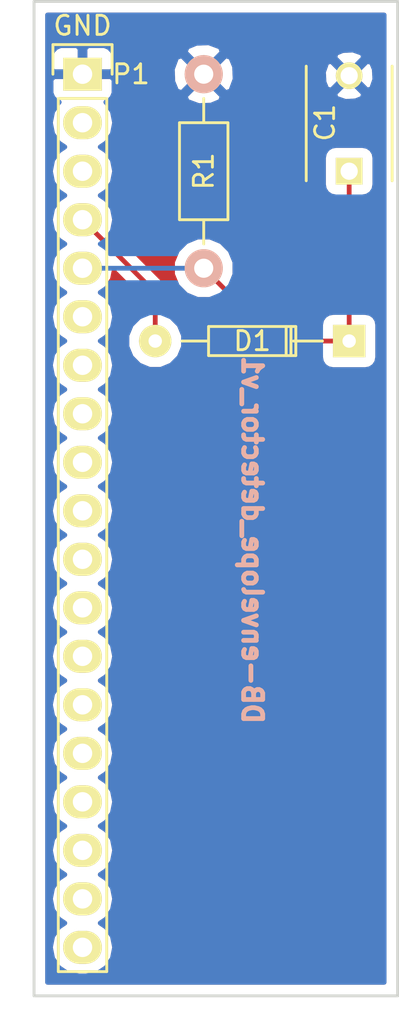
<source format=kicad_pcb>
(kicad_pcb (version 4) (host pcbnew 4.0.4+e1-6308~48~ubuntu16.04.1-stable)

  (general
    (links 6)
    (no_connects 0)
    (area 126.411667 101.524999 147.505001 155.38)
    (thickness 1.6)
    (drawings 5)
    (tracks 8)
    (zones 0)
    (modules 4)
    (nets 20)
  )

  (page A4)
  (layers
    (0 F.Cu signal)
    (31 B.Cu signal)
    (32 B.Adhes user)
    (33 F.Adhes user)
    (34 B.Paste user)
    (35 F.Paste user)
    (36 B.SilkS user)
    (37 F.SilkS user)
    (38 B.Mask user)
    (39 F.Mask user)
    (40 Dwgs.User user)
    (41 Cmts.User user)
    (42 Eco1.User user)
    (43 Eco2.User user)
    (44 Edge.Cuts user)
    (45 Margin user)
    (46 B.CrtYd user)
    (47 F.CrtYd user)
    (48 B.Fab user)
    (49 F.Fab user)
  )

  (setup
    (last_trace_width 0.25)
    (trace_clearance 0.2)
    (zone_clearance 0.508)
    (zone_45_only no)
    (trace_min 0.2)
    (segment_width 0.2)
    (edge_width 0.15)
    (via_size 0.6)
    (via_drill 0.4)
    (via_min_size 0.4)
    (via_min_drill 0.3)
    (uvia_size 0.3)
    (uvia_drill 0.1)
    (uvias_allowed no)
    (uvia_min_size 0.2)
    (uvia_min_drill 0.1)
    (pcb_text_width 0.3)
    (pcb_text_size 1 1)
    (mod_edge_width 0.15)
    (mod_text_size 1 1)
    (mod_text_width 0.15)
    (pad_size 1.524 1.524)
    (pad_drill 0.762)
    (pad_to_mask_clearance 0.2)
    (aux_axis_origin 0 0)
    (visible_elements 7FFFFFFF)
    (pcbplotparams
      (layerselection 0x010fc_80000001)
      (usegerberextensions true)
      (excludeedgelayer true)
      (linewidth 0.100000)
      (plotframeref false)
      (viasonmask false)
      (mode 1)
      (useauxorigin false)
      (hpglpennumber 1)
      (hpglpenspeed 20)
      (hpglpendiameter 15)
      (hpglpenoverlay 2)
      (psnegative false)
      (psa4output false)
      (plotreference true)
      (plotvalue true)
      (plotinvisibletext false)
      (padsonsilk false)
      (subtractmaskfromsilk false)
      (outputformat 1)
      (mirror false)
      (drillshape 0)
      (scaleselection 1)
      (outputdirectory ../gerber/))
  )

  (net 0 "")
  (net 1 "Net-(C1-Pad1)")
  (net 2 "Net-(D1-Pad2)")
  (net 3 GND)
  (net 4 "Net-(P1-Pad2)")
  (net 5 "Net-(P1-Pad3)")
  (net 6 "Net-(P1-Pad6)")
  (net 7 "Net-(P1-Pad7)")
  (net 8 "Net-(P1-Pad8)")
  (net 9 "Net-(P1-Pad9)")
  (net 10 "Net-(P1-Pad10)")
  (net 11 "Net-(P1-Pad11)")
  (net 12 "Net-(P1-Pad12)")
  (net 13 "Net-(P1-Pad13)")
  (net 14 "Net-(P1-Pad14)")
  (net 15 "Net-(P1-Pad15)")
  (net 16 "Net-(P1-Pad16)")
  (net 17 "Net-(P1-Pad17)")
  (net 18 "Net-(P1-Pad18)")
  (net 19 "Net-(P1-Pad19)")

  (net_class Default "This is the default net class."
    (clearance 0.2)
    (trace_width 0.25)
    (via_dia 0.6)
    (via_drill 0.4)
    (uvia_dia 0.3)
    (uvia_drill 0.1)
    (add_net GND)
    (add_net "Net-(C1-Pad1)")
    (add_net "Net-(D1-Pad2)")
    (add_net "Net-(P1-Pad10)")
    (add_net "Net-(P1-Pad11)")
    (add_net "Net-(P1-Pad12)")
    (add_net "Net-(P1-Pad13)")
    (add_net "Net-(P1-Pad14)")
    (add_net "Net-(P1-Pad15)")
    (add_net "Net-(P1-Pad16)")
    (add_net "Net-(P1-Pad17)")
    (add_net "Net-(P1-Pad18)")
    (add_net "Net-(P1-Pad19)")
    (add_net "Net-(P1-Pad2)")
    (add_net "Net-(P1-Pad3)")
    (add_net "Net-(P1-Pad6)")
    (add_net "Net-(P1-Pad7)")
    (add_net "Net-(P1-Pad8)")
    (add_net "Net-(P1-Pad9)")
  )

  (module Echopen:Header_pin_angled_1x19 (layer F.Cu) (tedit 57BC663C) (tstamp 57AB4863)
    (at 130.81 128.27)
    (descr "Through hole socket strip")
    (tags "socket strip")
    (path /57A857B8)
    (attr smd)
    (fp_text reference P1 (at 2.54 -22.86) (layer F.SilkS)
      (effects (font (size 1 1) (thickness 0.15)))
    )
    (fp_text value CONN_01X19 (at 0.635 26.035) (layer F.Fab)
      (effects (font (size 1 1) (thickness 0.15)))
    )
    (fp_text user GND (at 0 -25.4) (layer F.SilkS)
      (effects (font (size 1 1) (thickness 0.15)))
    )
    (fp_line (start 1.75 -24.61) (end -1.75 -24.61) (layer F.CrtYd) (width 0.05))
    (fp_line (start 1.75 24.64) (end -1.75 24.64) (layer F.CrtYd) (width 0.05))
    (fp_line (start 1.75 -24.61) (end 1.75 24.64) (layer F.CrtYd) (width 0.05))
    (fp_line (start -1.75 -24.61) (end -1.75 24.64) (layer F.CrtYd) (width 0.05))
    (fp_line (start -1.27 -21.59) (end -1.27 24.13) (layer F.SilkS) (width 0.15))
    (fp_line (start -1.27 24.13) (end 1.27 24.13) (layer F.SilkS) (width 0.15))
    (fp_line (start 1.27 24.13) (end 1.27 -21.59) (layer F.SilkS) (width 0.15))
    (fp_line (start -1.55 -24.41) (end -1.55 -22.86) (layer F.SilkS) (width 0.15))
    (fp_line (start -1.27 -21.59) (end 1.27 -21.59) (layer F.SilkS) (width 0.15))
    (fp_line (start 1.55 -22.86) (end 1.55 -24.41) (layer F.SilkS) (width 0.15))
    (fp_line (start 1.55 -24.41) (end -1.55 -24.41) (layer F.SilkS) (width 0.15))
    (pad 1 thru_hole rect (at 0 -22.86 270) (size 1.7272 2.032) (drill 1.016) (layers *.Cu *.Mask F.SilkS)
      (net 3 GND))
    (pad 2 thru_hole oval (at 0 -20.32 270) (size 1.7272 2.032) (drill 1.016) (layers *.Cu *.Mask F.SilkS)
      (net 4 "Net-(P1-Pad2)"))
    (pad 3 thru_hole oval (at 0 -17.78 270) (size 1.7272 2.032) (drill 1.016) (layers *.Cu *.Mask F.SilkS)
      (net 5 "Net-(P1-Pad3)"))
    (pad 4 thru_hole oval (at 0 -15.24 270) (size 1.7272 2.032) (drill 1.016) (layers *.Cu *.Mask F.SilkS)
      (net 2 "Net-(D1-Pad2)"))
    (pad 5 thru_hole oval (at 0 -12.7 270) (size 1.7272 2.032) (drill 1.016) (layers *.Cu *.Mask F.SilkS)
      (net 1 "Net-(C1-Pad1)"))
    (pad 6 thru_hole oval (at 0 -10.16 270) (size 1.7272 2.032) (drill 1.016) (layers *.Cu *.Mask F.SilkS)
      (net 6 "Net-(P1-Pad6)"))
    (pad 7 thru_hole oval (at 0 -7.62 270) (size 1.7272 2.032) (drill 1.016) (layers *.Cu *.Mask F.SilkS)
      (net 7 "Net-(P1-Pad7)"))
    (pad 8 thru_hole oval (at 0 -5.08 270) (size 1.7272 2.032) (drill 1.016) (layers *.Cu *.Mask F.SilkS)
      (net 8 "Net-(P1-Pad8)"))
    (pad 9 thru_hole oval (at 0 -2.54 270) (size 1.7272 2.032) (drill 1.016) (layers *.Cu *.Mask F.SilkS)
      (net 9 "Net-(P1-Pad9)"))
    (pad 10 thru_hole oval (at 0 0 270) (size 1.7272 2.032) (drill 1.016) (layers *.Cu *.Mask F.SilkS)
      (net 10 "Net-(P1-Pad10)"))
    (pad 11 thru_hole oval (at 0 2.54 270) (size 1.7272 2.032) (drill 1.016) (layers *.Cu *.Mask F.SilkS)
      (net 11 "Net-(P1-Pad11)"))
    (pad 12 thru_hole oval (at 0 5.08 270) (size 1.7272 2.032) (drill 1.016) (layers *.Cu *.Mask F.SilkS)
      (net 12 "Net-(P1-Pad12)"))
    (pad 13 thru_hole oval (at 0 7.62 270) (size 1.7272 2.032) (drill 1.016) (layers *.Cu *.Mask F.SilkS)
      (net 13 "Net-(P1-Pad13)"))
    (pad 14 thru_hole oval (at 0 10.16 270) (size 1.7272 2.032) (drill 1.016) (layers *.Cu *.Mask F.SilkS)
      (net 14 "Net-(P1-Pad14)"))
    (pad 15 thru_hole oval (at 0 12.7 270) (size 1.7272 2.032) (drill 1.016) (layers *.Cu *.Mask F.SilkS)
      (net 15 "Net-(P1-Pad15)"))
    (pad 16 thru_hole oval (at 0 15.24 270) (size 1.7272 2.032) (drill 1.016) (layers *.Cu *.Mask F.SilkS)
      (net 16 "Net-(P1-Pad16)"))
    (pad 17 thru_hole oval (at 0 17.78 270) (size 1.7272 2.032) (drill 1.016) (layers *.Cu *.Mask F.SilkS)
      (net 17 "Net-(P1-Pad17)"))
    (pad 18 thru_hole oval (at 0 20.32 270) (size 1.7272 2.032) (drill 1.016) (layers *.Cu *.Mask F.SilkS)
      (net 18 "Net-(P1-Pad18)"))
    (pad 19 thru_hole oval (at 0 22.86 270) (size 1.7272 2.032) (drill 1.016) (layers *.Cu *.Mask F.SilkS)
      (net 19 "Net-(P1-Pad19)"))
    (model Pin_Headers.3dshapes/Pin_Header_Angled_1x19.wrl
      (at (xyz 0 0 0))
      (scale (xyz 1 1 1))
      (rotate (xyz 0 0 -90))
    )
  )

  (module Echopen:C_TH_common (layer F.Cu) (tedit 57B463AA) (tstamp 583DB054)
    (at 144.78 110.49 90)
    (descr "Capacitor 6mm Disc, Pitch 5mm")
    (tags Capacitor)
    (path /57A4D575)
    (attr smd)
    (fp_text reference C1 (at 2.54 -1.27 90) (layer F.SilkS)
      (effects (font (size 1 1) (thickness 0.15)))
    )
    (fp_text value 10p (at 2.54 1.27 90) (layer F.Fab)
      (effects (font (size 1 1) (thickness 0.15)))
    )
    (fp_line (start -0.95 -2.5) (end 5.95 -2.5) (layer F.CrtYd) (width 0.05))
    (fp_line (start 5.95 -2.5) (end 5.95 2.5) (layer F.CrtYd) (width 0.05))
    (fp_line (start 5.95 2.5) (end -0.95 2.5) (layer F.CrtYd) (width 0.05))
    (fp_line (start -0.95 2.5) (end -0.95 -2.5) (layer F.CrtYd) (width 0.05))
    (fp_line (start -0.5 -2.25) (end 5.5 -2.25) (layer F.SilkS) (width 0.15))
    (fp_line (start 5.5 2.25) (end -0.5 2.25) (layer F.SilkS) (width 0.15))
    (pad 1 thru_hole rect (at 0 0 90) (size 1.4 1.4) (drill 0.9) (layers *.Cu *.Mask F.SilkS)
      (net 1 "Net-(C1-Pad1)"))
    (pad 2 thru_hole circle (at 5 0 90) (size 1.4 1.4) (drill 0.9) (layers *.Cu *.Mask F.SilkS)
      (net 3 GND))
    (model Capacitors_ThroughHole.3dshapes/C_Disc_D6_P5.wrl
      (at (xyz 0.098425 0 0))
      (scale (xyz 1 1 1))
      (rotate (xyz 0 0 0))
    )
  )

  (module Echopen:D_TH_common (layer F.Cu) (tedit 580DD903) (tstamp 583DB059)
    (at 144.78 119.38 180)
    (descr "Diode, DO-35,  SOD27, Horizontal, RM 10mm")
    (tags "Diode, DO-35, SOD27, Horizontal, RM 10mm, 1N4148,")
    (path /57A4D48B)
    (attr smd)
    (fp_text reference D1 (at 5.08 0 180) (layer F.SilkS)
      (effects (font (size 1 1) (thickness 0.15)))
    )
    (fp_text value 1N60 (at 5.08 1.27 180) (layer F.Fab)
      (effects (font (size 1 1) (thickness 0.15)))
    )
    (fp_line (start 7.36652 -0.00254) (end 8.76352 -0.00254) (layer F.SilkS) (width 0.15))
    (fp_line (start 2.92152 -0.00254) (end 1.39752 -0.00254) (layer F.SilkS) (width 0.15))
    (fp_line (start 3.30252 -0.76454) (end 3.30252 0.75946) (layer F.SilkS) (width 0.15))
    (fp_line (start 3.04852 -0.76454) (end 3.04852 0.75946) (layer F.SilkS) (width 0.15))
    (fp_line (start 2.79452 -0.00254) (end 2.79452 0.75946) (layer F.SilkS) (width 0.15))
    (fp_line (start 2.79452 0.75946) (end 7.36652 0.75946) (layer F.SilkS) (width 0.15))
    (fp_line (start 7.36652 0.75946) (end 7.36652 -0.76454) (layer F.SilkS) (width 0.15))
    (fp_line (start 7.36652 -0.76454) (end 2.79452 -0.76454) (layer F.SilkS) (width 0.15))
    (fp_line (start 2.79452 -0.76454) (end 2.79452 -0.00254) (layer F.SilkS) (width 0.15))
    (pad 2 thru_hole circle (at 10.16052 -0.00254) (size 1.69926 1.69926) (drill 0.70104) (layers *.Cu *.Mask F.SilkS)
      (net 2 "Net-(D1-Pad2)"))
    (pad 1 thru_hole rect (at 0.00052 -0.00254) (size 1.69926 1.69926) (drill 0.70104) (layers *.Cu *.Mask F.SilkS)
      (net 1 "Net-(C1-Pad1)"))
    (model Diodes_ThroughHole.3dshapes/Diode_DO-35_SOD27_Horizontal_RM10.wrl
      (at (xyz 0.2 0 0))
      (scale (xyz 0.4 0.4 0.4))
      (rotate (xyz 0 0 180))
    )
  )

  (module Echopen:Resistor_TH_common (layer F.Cu) (tedit 580DD939) (tstamp 583DB05E)
    (at 137.16 115.57 90)
    (descr "Resistor, Axial,  RM 10mm, 1/3W")
    (tags "Resistor Axial RM 10mm 1/3W")
    (path /57A4D538)
    (attr smd)
    (fp_text reference R1 (at 5.08 0 90) (layer F.SilkS)
      (effects (font (size 1 1) (thickness 0.15)))
    )
    (fp_text value 3.9k (at 5.08 1.905 90) (layer F.Fab)
      (effects (font (size 1 1) (thickness 0.15)))
    )
    (fp_line (start -1.25 -1.5) (end 11.4 -1.5) (layer F.CrtYd) (width 0.05))
    (fp_line (start -1.25 1.5) (end -1.25 -1.5) (layer F.CrtYd) (width 0.05))
    (fp_line (start 11.4 -1.5) (end 11.4 1.5) (layer F.CrtYd) (width 0.05))
    (fp_line (start -1.25 1.5) (end 11.4 1.5) (layer F.CrtYd) (width 0.05))
    (fp_line (start 2.54 -1.27) (end 7.62 -1.27) (layer F.SilkS) (width 0.15))
    (fp_line (start 7.62 -1.27) (end 7.62 1.27) (layer F.SilkS) (width 0.15))
    (fp_line (start 7.62 1.27) (end 2.54 1.27) (layer F.SilkS) (width 0.15))
    (fp_line (start 2.54 1.27) (end 2.54 -1.27) (layer F.SilkS) (width 0.15))
    (fp_line (start 2.54 0) (end 1.27 0) (layer F.SilkS) (width 0.15))
    (fp_line (start 7.62 0) (end 8.89 0) (layer F.SilkS) (width 0.15))
    (pad 1 thru_hole circle (at 0 0 90) (size 1.99898 1.99898) (drill 1.00076) (layers *.Cu *.SilkS *.Mask)
      (net 1 "Net-(C1-Pad1)"))
    (pad 2 thru_hole circle (at 10.16 0 90) (size 1.99898 1.99898) (drill 1.00076) (layers *.Cu *.SilkS *.Mask)
      (net 3 GND))
    (model Resistors_ThroughHole.3dshapes/Resistor_Horizontal_RM10mm.wrl
      (at (xyz 0.2 0 0))
      (scale (xyz 0.4 0.4 0.4))
      (rotate (xyz 0 0 0))
    )
  )

  (gr_text DB-envelope_detector_v1 (at 139.7 129.794 270) (layer B.SilkS)
    (effects (font (size 1 1) (thickness 0.25)) (justify mirror))
  )
  (gr_line (start 147.32 153.67) (end 128.27 153.67) (angle 90) (layer Edge.Cuts) (width 0.15))
  (gr_line (start 147.32 101.6) (end 147.32 153.67) (angle 90) (layer Edge.Cuts) (width 0.15))
  (gr_line (start 128.27 101.6) (end 147.32 101.6) (angle 90) (layer Edge.Cuts) (width 0.15))
  (gr_line (start 128.27 101.6) (end 128.27 153.67) (angle 90) (layer Edge.Cuts) (width 0.15))

  (segment (start 144.77948 119.38254) (end 144.77948 110.49052) (width 0.25) (layer F.Cu) (net 1) (status 20))
  (segment (start 144.77948 110.49052) (end 144.78 110.49) (width 0.25) (layer F.Cu) (net 1) (tstamp 57BC6692) (status 30))
  (segment (start 130.81 115.57) (end 137.16 115.57) (width 0.25) (layer B.Cu) (net 1))
  (segment (start 144.77948 119.38254) (end 140.97254 119.38254) (width 0.25) (layer F.Cu) (net 1))
  (segment (start 140.97254 119.38254) (end 137.16 115.57) (width 0.25) (layer F.Cu) (net 1) (tstamp 57BC6622))
  (segment (start 144.77948 110.49052) (end 144.78 110.49) (width 0.25) (layer F.Cu) (net 1) (tstamp 57AC31D2) (status 30))
  (segment (start 134.61948 119.38254) (end 134.61948 116.83948) (width 0.25) (layer F.Cu) (net 2) (status 10))
  (segment (start 134.61948 116.83948) (end 130.81 113.03) (width 0.25) (layer F.Cu) (net 2) (tstamp 57BB344C) (status 20))

  (zone (net 3) (net_name GND) (layer F.Cu) (tstamp 57BC6608) (hatch edge 0.508)
    (connect_pads (clearance 0.508))
    (min_thickness 0.254)
    (fill yes (arc_segments 16) (thermal_gap 0.508) (thermal_bridge_width 0.508))
    (polygon
      (pts
        (xy 147.32 153.67) (xy 128.27 153.67) (xy 128.27 101.6) (xy 147.32 101.6)
      )
    )
    (filled_polygon
      (pts
        (xy 146.61 152.96) (xy 128.98 152.96) (xy 128.98 107.95) (xy 129.126655 107.95) (xy 129.240729 108.523489)
        (xy 129.565585 109.00967) (xy 129.880366 109.22) (xy 129.565585 109.43033) (xy 129.240729 109.916511) (xy 129.126655 110.49)
        (xy 129.240729 111.063489) (xy 129.565585 111.54967) (xy 129.880366 111.76) (xy 129.565585 111.97033) (xy 129.240729 112.456511)
        (xy 129.126655 113.03) (xy 129.240729 113.603489) (xy 129.565585 114.08967) (xy 129.880366 114.3) (xy 129.565585 114.51033)
        (xy 129.240729 114.996511) (xy 129.126655 115.57) (xy 129.240729 116.143489) (xy 129.565585 116.62967) (xy 129.880366 116.84)
        (xy 129.565585 117.05033) (xy 129.240729 117.536511) (xy 129.126655 118.11) (xy 129.240729 118.683489) (xy 129.565585 119.16967)
        (xy 129.880366 119.38) (xy 129.565585 119.59033) (xy 129.240729 120.076511) (xy 129.126655 120.65) (xy 129.240729 121.223489)
        (xy 129.565585 121.70967) (xy 129.880366 121.92) (xy 129.565585 122.13033) (xy 129.240729 122.616511) (xy 129.126655 123.19)
        (xy 129.240729 123.763489) (xy 129.565585 124.24967) (xy 129.880366 124.46) (xy 129.565585 124.67033) (xy 129.240729 125.156511)
        (xy 129.126655 125.73) (xy 129.240729 126.303489) (xy 129.565585 126.78967) (xy 129.880366 127) (xy 129.565585 127.21033)
        (xy 129.240729 127.696511) (xy 129.126655 128.27) (xy 129.240729 128.843489) (xy 129.565585 129.32967) (xy 129.880366 129.54)
        (xy 129.565585 129.75033) (xy 129.240729 130.236511) (xy 129.126655 130.81) (xy 129.240729 131.383489) (xy 129.565585 131.86967)
        (xy 129.880366 132.08) (xy 129.565585 132.29033) (xy 129.240729 132.776511) (xy 129.126655 133.35) (xy 129.240729 133.923489)
        (xy 129.565585 134.40967) (xy 129.880366 134.62) (xy 129.565585 134.83033) (xy 129.240729 135.316511) (xy 129.126655 135.89)
        (xy 129.240729 136.463489) (xy 129.565585 136.94967) (xy 129.880366 137.16) (xy 129.565585 137.37033) (xy 129.240729 137.856511)
        (xy 129.126655 138.43) (xy 129.240729 139.003489) (xy 129.565585 139.48967) (xy 129.880366 139.7) (xy 129.565585 139.91033)
        (xy 129.240729 140.396511) (xy 129.126655 140.97) (xy 129.240729 141.543489) (xy 129.565585 142.02967) (xy 129.880366 142.24)
        (xy 129.565585 142.45033) (xy 129.240729 142.936511) (xy 129.126655 143.51) (xy 129.240729 144.083489) (xy 129.565585 144.56967)
        (xy 129.880366 144.78) (xy 129.565585 144.99033) (xy 129.240729 145.476511) (xy 129.126655 146.05) (xy 129.240729 146.623489)
        (xy 129.565585 147.10967) (xy 129.880366 147.32) (xy 129.565585 147.53033) (xy 129.240729 148.016511) (xy 129.126655 148.59)
        (xy 129.240729 149.163489) (xy 129.565585 149.64967) (xy 129.880366 149.86) (xy 129.565585 150.07033) (xy 129.240729 150.556511)
        (xy 129.126655 151.13) (xy 129.240729 151.703489) (xy 129.565585 152.18967) (xy 130.051766 152.514526) (xy 130.625255 152.6286)
        (xy 130.994745 152.6286) (xy 131.568234 152.514526) (xy 132.054415 152.18967) (xy 132.379271 151.703489) (xy 132.493345 151.13)
        (xy 132.379271 150.556511) (xy 132.054415 150.07033) (xy 131.739634 149.86) (xy 132.054415 149.64967) (xy 132.379271 149.163489)
        (xy 132.493345 148.59) (xy 132.379271 148.016511) (xy 132.054415 147.53033) (xy 131.739634 147.32) (xy 132.054415 147.10967)
        (xy 132.379271 146.623489) (xy 132.493345 146.05) (xy 132.379271 145.476511) (xy 132.054415 144.99033) (xy 131.739634 144.78)
        (xy 132.054415 144.56967) (xy 132.379271 144.083489) (xy 132.493345 143.51) (xy 132.379271 142.936511) (xy 132.054415 142.45033)
        (xy 131.739634 142.24) (xy 132.054415 142.02967) (xy 132.379271 141.543489) (xy 132.493345 140.97) (xy 132.379271 140.396511)
        (xy 132.054415 139.91033) (xy 131.739634 139.7) (xy 132.054415 139.48967) (xy 132.379271 139.003489) (xy 132.493345 138.43)
        (xy 132.379271 137.856511) (xy 132.054415 137.37033) (xy 131.739634 137.16) (xy 132.054415 136.94967) (xy 132.379271 136.463489)
        (xy 132.493345 135.89) (xy 132.379271 135.316511) (xy 132.054415 134.83033) (xy 131.739634 134.62) (xy 132.054415 134.40967)
        (xy 132.379271 133.923489) (xy 132.493345 133.35) (xy 132.379271 132.776511) (xy 132.054415 132.29033) (xy 131.739634 132.08)
        (xy 132.054415 131.86967) (xy 132.379271 131.383489) (xy 132.493345 130.81) (xy 132.379271 130.236511) (xy 132.054415 129.75033)
        (xy 131.739634 129.54) (xy 132.054415 129.32967) (xy 132.379271 128.843489) (xy 132.493345 128.27) (xy 132.379271 127.696511)
        (xy 132.054415 127.21033) (xy 131.739634 127) (xy 132.054415 126.78967) (xy 132.379271 126.303489) (xy 132.493345 125.73)
        (xy 132.379271 125.156511) (xy 132.054415 124.67033) (xy 131.739634 124.46) (xy 132.054415 124.24967) (xy 132.379271 123.763489)
        (xy 132.493345 123.19) (xy 132.379271 122.616511) (xy 132.054415 122.13033) (xy 131.739634 121.92) (xy 132.054415 121.70967)
        (xy 132.379271 121.223489) (xy 132.493345 120.65) (xy 132.379271 120.076511) (xy 132.054415 119.59033) (xy 131.739634 119.38)
        (xy 132.054415 119.16967) (xy 132.379271 118.683489) (xy 132.493345 118.11) (xy 132.379271 117.536511) (xy 132.054415 117.05033)
        (xy 131.739634 116.84) (xy 132.054415 116.62967) (xy 132.379271 116.143489) (xy 132.457152 115.751954) (xy 133.85948 117.154282)
        (xy 133.85948 118.090193) (xy 133.779603 118.123198) (xy 133.361606 118.540466) (xy 133.135108 119.085933) (xy 133.134592 119.676556)
        (xy 133.360138 120.222417) (xy 133.777406 120.640414) (xy 134.322873 120.866912) (xy 134.913496 120.867428) (xy 135.459357 120.641882)
        (xy 135.877354 120.224614) (xy 136.103852 119.679147) (xy 136.104368 119.088524) (xy 135.878822 118.542663) (xy 135.461554 118.124666)
        (xy 135.37948 118.090586) (xy 135.37948 116.83948) (xy 135.321628 116.548641) (xy 135.321628 116.54864) (xy 135.156881 116.302079)
        (xy 134.748496 115.893694) (xy 135.525226 115.893694) (xy 135.773538 116.494655) (xy 136.232927 116.954846) (xy 136.833453 117.204206)
        (xy 137.483694 117.204774) (xy 137.650889 117.135691) (xy 140.435139 119.919941) (xy 140.681701 120.084688) (xy 140.97254 120.14254)
        (xy 143.28241 120.14254) (xy 143.28241 120.23217) (xy 143.326688 120.467487) (xy 143.46576 120.683611) (xy 143.67796 120.828601)
        (xy 143.92985 120.87961) (xy 145.62911 120.87961) (xy 145.864427 120.835332) (xy 146.080551 120.69626) (xy 146.225541 120.48406)
        (xy 146.27655 120.23217) (xy 146.27655 118.53291) (xy 146.232272 118.297593) (xy 146.0932 118.081469) (xy 145.881 117.936479)
        (xy 145.62911 117.88547) (xy 145.53948 117.88547) (xy 145.53948 111.826248) (xy 145.715317 111.793162) (xy 145.931441 111.65409)
        (xy 146.076431 111.44189) (xy 146.12744 111.19) (xy 146.12744 109.79) (xy 146.083162 109.554683) (xy 145.94409 109.338559)
        (xy 145.73189 109.193569) (xy 145.48 109.14256) (xy 144.08 109.14256) (xy 143.844683 109.186838) (xy 143.628559 109.32591)
        (xy 143.483569 109.53811) (xy 143.43256 109.79) (xy 143.43256 111.19) (xy 143.476838 111.425317) (xy 143.61591 111.641441)
        (xy 143.82811 111.786431) (xy 144.01948 111.825184) (xy 144.01948 117.88547) (xy 143.92985 117.88547) (xy 143.694533 117.929748)
        (xy 143.478409 118.06882) (xy 143.333419 118.28102) (xy 143.28241 118.53291) (xy 143.28241 118.62254) (xy 141.287342 118.62254)
        (xy 138.725885 116.061083) (xy 138.794206 115.896547) (xy 138.794774 115.246306) (xy 138.546462 114.645345) (xy 138.087073 114.185154)
        (xy 137.486547 113.935794) (xy 136.836306 113.935226) (xy 136.235345 114.183538) (xy 135.775154 114.642927) (xy 135.525794 115.243453)
        (xy 135.525226 115.893694) (xy 134.748496 115.893694) (xy 132.392381 113.537579) (xy 132.493345 113.03) (xy 132.379271 112.456511)
        (xy 132.054415 111.97033) (xy 131.739634 111.76) (xy 132.054415 111.54967) (xy 132.379271 111.063489) (xy 132.493345 110.49)
        (xy 132.379271 109.916511) (xy 132.054415 109.43033) (xy 131.739634 109.22) (xy 132.054415 109.00967) (xy 132.379271 108.523489)
        (xy 132.493345 107.95) (xy 132.379271 107.376511) (xy 132.054415 106.89033) (xy 132.03222 106.8755) (xy 132.185699 106.811927)
        (xy 132.364327 106.633298) (xy 132.393792 106.562163) (xy 136.187443 106.562163) (xy 136.286042 106.828965) (xy 136.895582 107.055401)
        (xy 137.545377 107.031341) (xy 138.033958 106.828965) (xy 138.132557 106.562163) (xy 137.99567 106.425275) (xy 144.024331 106.425275)
        (xy 144.086169 106.661042) (xy 144.587122 106.837419) (xy 145.11744 106.808664) (xy 145.473831 106.661042) (xy 145.535669 106.425275)
        (xy 144.78 105.669605) (xy 144.024331 106.425275) (xy 137.99567 106.425275) (xy 137.16 105.589605) (xy 136.187443 106.562163)
        (xy 132.393792 106.562163) (xy 132.461 106.399909) (xy 132.461 105.69575) (xy 132.30225 105.537) (xy 130.937 105.537)
        (xy 130.937 105.557) (xy 130.683 105.557) (xy 130.683 105.537) (xy 129.31775 105.537) (xy 129.159 105.69575)
        (xy 129.159 106.399909) (xy 129.255673 106.633298) (xy 129.434301 106.811927) (xy 129.58778 106.8755) (xy 129.565585 106.89033)
        (xy 129.240729 107.376511) (xy 129.126655 107.95) (xy 128.98 107.95) (xy 128.98 104.420091) (xy 129.159 104.420091)
        (xy 129.159 105.12425) (xy 129.31775 105.283) (xy 130.683 105.283) (xy 130.683 104.07015) (xy 130.937 104.07015)
        (xy 130.937 105.283) (xy 132.30225 105.283) (xy 132.439668 105.145582) (xy 135.514599 105.145582) (xy 135.538659 105.795377)
        (xy 135.741035 106.283958) (xy 136.007837 106.382557) (xy 136.980395 105.41) (xy 137.339605 105.41) (xy 138.312163 106.382557)
        (xy 138.578965 106.283958) (xy 138.805401 105.674418) (xy 138.791431 105.297122) (xy 143.432581 105.297122) (xy 143.461336 105.82744)
        (xy 143.608958 106.183831) (xy 143.844725 106.245669) (xy 144.600395 105.49) (xy 144.959605 105.49) (xy 145.715275 106.245669)
        (xy 145.951042 106.183831) (xy 146.127419 105.682878) (xy 146.098664 105.15256) (xy 145.951042 104.796169) (xy 145.715275 104.734331)
        (xy 144.959605 105.49) (xy 144.600395 105.49) (xy 143.844725 104.734331) (xy 143.608958 104.796169) (xy 143.432581 105.297122)
        (xy 138.791431 105.297122) (xy 138.781341 105.024623) (xy 138.586704 104.554725) (xy 144.024331 104.554725) (xy 144.78 105.310395)
        (xy 145.535669 104.554725) (xy 145.473831 104.318958) (xy 144.972878 104.142581) (xy 144.44256 104.171336) (xy 144.086169 104.318958)
        (xy 144.024331 104.554725) (xy 138.586704 104.554725) (xy 138.578965 104.536042) (xy 138.312163 104.437443) (xy 137.339605 105.41)
        (xy 136.980395 105.41) (xy 136.007837 104.437443) (xy 135.741035 104.536042) (xy 135.514599 105.145582) (xy 132.439668 105.145582)
        (xy 132.461 105.12425) (xy 132.461 104.420091) (xy 132.393793 104.257837) (xy 136.187443 104.257837) (xy 137.16 105.230395)
        (xy 138.132557 104.257837) (xy 138.033958 103.991035) (xy 137.424418 103.764599) (xy 136.774623 103.788659) (xy 136.286042 103.991035)
        (xy 136.187443 104.257837) (xy 132.393793 104.257837) (xy 132.364327 104.186702) (xy 132.185699 104.008073) (xy 131.95231 103.9114)
        (xy 131.09575 103.9114) (xy 130.937 104.07015) (xy 130.683 104.07015) (xy 130.52425 103.9114) (xy 129.66769 103.9114)
        (xy 129.434301 104.008073) (xy 129.255673 104.186702) (xy 129.159 104.420091) (xy 128.98 104.420091) (xy 128.98 102.31)
        (xy 146.61 102.31)
      )
    )
  )
  (zone (net 3) (net_name GND) (layer B.Cu) (tstamp 57BC6614) (hatch edge 0.508)
    (connect_pads (clearance 0.508))
    (min_thickness 0.254)
    (fill yes (arc_segments 16) (thermal_gap 0.508) (thermal_bridge_width 0.508))
    (polygon
      (pts
        (xy 147.32 153.67) (xy 128.27 153.67) (xy 128.27 101.6) (xy 147.32 101.6)
      )
    )
    (filled_polygon
      (pts
        (xy 146.61 152.96) (xy 128.98 152.96) (xy 128.98 107.95) (xy 129.126655 107.95) (xy 129.240729 108.523489)
        (xy 129.565585 109.00967) (xy 129.880366 109.22) (xy 129.565585 109.43033) (xy 129.240729 109.916511) (xy 129.126655 110.49)
        (xy 129.240729 111.063489) (xy 129.565585 111.54967) (xy 129.880366 111.76) (xy 129.565585 111.97033) (xy 129.240729 112.456511)
        (xy 129.126655 113.03) (xy 129.240729 113.603489) (xy 129.565585 114.08967) (xy 129.880366 114.3) (xy 129.565585 114.51033)
        (xy 129.240729 114.996511) (xy 129.126655 115.57) (xy 129.240729 116.143489) (xy 129.565585 116.62967) (xy 129.880366 116.84)
        (xy 129.565585 117.05033) (xy 129.240729 117.536511) (xy 129.126655 118.11) (xy 129.240729 118.683489) (xy 129.565585 119.16967)
        (xy 129.880366 119.38) (xy 129.565585 119.59033) (xy 129.240729 120.076511) (xy 129.126655 120.65) (xy 129.240729 121.223489)
        (xy 129.565585 121.70967) (xy 129.880366 121.92) (xy 129.565585 122.13033) (xy 129.240729 122.616511) (xy 129.126655 123.19)
        (xy 129.240729 123.763489) (xy 129.565585 124.24967) (xy 129.880366 124.46) (xy 129.565585 124.67033) (xy 129.240729 125.156511)
        (xy 129.126655 125.73) (xy 129.240729 126.303489) (xy 129.565585 126.78967) (xy 129.880366 127) (xy 129.565585 127.21033)
        (xy 129.240729 127.696511) (xy 129.126655 128.27) (xy 129.240729 128.843489) (xy 129.565585 129.32967) (xy 129.880366 129.54)
        (xy 129.565585 129.75033) (xy 129.240729 130.236511) (xy 129.126655 130.81) (xy 129.240729 131.383489) (xy 129.565585 131.86967)
        (xy 129.880366 132.08) (xy 129.565585 132.29033) (xy 129.240729 132.776511) (xy 129.126655 133.35) (xy 129.240729 133.923489)
        (xy 129.565585 134.40967) (xy 129.880366 134.62) (xy 129.565585 134.83033) (xy 129.240729 135.316511) (xy 129.126655 135.89)
        (xy 129.240729 136.463489) (xy 129.565585 136.94967) (xy 129.880366 137.16) (xy 129.565585 137.37033) (xy 129.240729 137.856511)
        (xy 129.126655 138.43) (xy 129.240729 139.003489) (xy 129.565585 139.48967) (xy 129.880366 139.7) (xy 129.565585 139.91033)
        (xy 129.240729 140.396511) (xy 129.126655 140.97) (xy 129.240729 141.543489) (xy 129.565585 142.02967) (xy 129.880366 142.24)
        (xy 129.565585 142.45033) (xy 129.240729 142.936511) (xy 129.126655 143.51) (xy 129.240729 144.083489) (xy 129.565585 144.56967)
        (xy 129.880366 144.78) (xy 129.565585 144.99033) (xy 129.240729 145.476511) (xy 129.126655 146.05) (xy 129.240729 146.623489)
        (xy 129.565585 147.10967) (xy 129.880366 147.32) (xy 129.565585 147.53033) (xy 129.240729 148.016511) (xy 129.126655 148.59)
        (xy 129.240729 149.163489) (xy 129.565585 149.64967) (xy 129.880366 149.86) (xy 129.565585 150.07033) (xy 129.240729 150.556511)
        (xy 129.126655 151.13) (xy 129.240729 151.703489) (xy 129.565585 152.18967) (xy 130.051766 152.514526) (xy 130.625255 152.6286)
        (xy 130.994745 152.6286) (xy 131.568234 152.514526) (xy 132.054415 152.18967) (xy 132.379271 151.703489) (xy 132.493345 151.13)
        (xy 132.379271 150.556511) (xy 132.054415 150.07033) (xy 131.739634 149.86) (xy 132.054415 149.64967) (xy 132.379271 149.163489)
        (xy 132.493345 148.59) (xy 132.379271 148.016511) (xy 132.054415 147.53033) (xy 131.739634 147.32) (xy 132.054415 147.10967)
        (xy 132.379271 146.623489) (xy 132.493345 146.05) (xy 132.379271 145.476511) (xy 132.054415 144.99033) (xy 131.739634 144.78)
        (xy 132.054415 144.56967) (xy 132.379271 144.083489) (xy 132.493345 143.51) (xy 132.379271 142.936511) (xy 132.054415 142.45033)
        (xy 131.739634 142.24) (xy 132.054415 142.02967) (xy 132.379271 141.543489) (xy 132.493345 140.97) (xy 132.379271 140.396511)
        (xy 132.054415 139.91033) (xy 131.739634 139.7) (xy 132.054415 139.48967) (xy 132.379271 139.003489) (xy 132.493345 138.43)
        (xy 132.379271 137.856511) (xy 132.054415 137.37033) (xy 131.739634 137.16) (xy 132.054415 136.94967) (xy 132.379271 136.463489)
        (xy 132.493345 135.89) (xy 132.379271 135.316511) (xy 132.054415 134.83033) (xy 131.739634 134.62) (xy 132.054415 134.40967)
        (xy 132.379271 133.923489) (xy 132.493345 133.35) (xy 132.379271 132.776511) (xy 132.054415 132.29033) (xy 131.739634 132.08)
        (xy 132.054415 131.86967) (xy 132.379271 131.383489) (xy 132.493345 130.81) (xy 132.379271 130.236511) (xy 132.054415 129.75033)
        (xy 131.739634 129.54) (xy 132.054415 129.32967) (xy 132.379271 128.843489) (xy 132.493345 128.27) (xy 132.379271 127.696511)
        (xy 132.054415 127.21033) (xy 131.739634 127) (xy 132.054415 126.78967) (xy 132.379271 126.303489) (xy 132.493345 125.73)
        (xy 132.379271 125.156511) (xy 132.054415 124.67033) (xy 131.739634 124.46) (xy 132.054415 124.24967) (xy 132.379271 123.763489)
        (xy 132.493345 123.19) (xy 132.379271 122.616511) (xy 132.054415 122.13033) (xy 131.739634 121.92) (xy 132.054415 121.70967)
        (xy 132.379271 121.223489) (xy 132.493345 120.65) (xy 132.379271 120.076511) (xy 132.11203 119.676556) (xy 133.134592 119.676556)
        (xy 133.360138 120.222417) (xy 133.777406 120.640414) (xy 134.322873 120.866912) (xy 134.913496 120.867428) (xy 135.459357 120.641882)
        (xy 135.877354 120.224614) (xy 136.103852 119.679147) (xy 136.104368 119.088524) (xy 135.878822 118.542663) (xy 135.869087 118.53291)
        (xy 143.28241 118.53291) (xy 143.28241 120.23217) (xy 143.326688 120.467487) (xy 143.46576 120.683611) (xy 143.67796 120.828601)
        (xy 143.92985 120.87961) (xy 145.62911 120.87961) (xy 145.864427 120.835332) (xy 146.080551 120.69626) (xy 146.225541 120.48406)
        (xy 146.27655 120.23217) (xy 146.27655 118.53291) (xy 146.232272 118.297593) (xy 146.0932 118.081469) (xy 145.881 117.936479)
        (xy 145.62911 117.88547) (xy 143.92985 117.88547) (xy 143.694533 117.929748) (xy 143.478409 118.06882) (xy 143.333419 118.28102)
        (xy 143.28241 118.53291) (xy 135.869087 118.53291) (xy 135.461554 118.124666) (xy 134.916087 117.898168) (xy 134.325464 117.897652)
        (xy 133.779603 118.123198) (xy 133.361606 118.540466) (xy 133.135108 119.085933) (xy 133.134592 119.676556) (xy 132.11203 119.676556)
        (xy 132.054415 119.59033) (xy 131.739634 119.38) (xy 132.054415 119.16967) (xy 132.379271 118.683489) (xy 132.493345 118.11)
        (xy 132.379271 117.536511) (xy 132.054415 117.05033) (xy 131.739634 116.84) (xy 132.054415 116.62967) (xy 132.254648 116.33)
        (xy 135.705504 116.33) (xy 135.773538 116.494655) (xy 136.232927 116.954846) (xy 136.833453 117.204206) (xy 137.483694 117.204774)
        (xy 138.084655 116.956462) (xy 138.544846 116.497073) (xy 138.794206 115.896547) (xy 138.794774 115.246306) (xy 138.546462 114.645345)
        (xy 138.087073 114.185154) (xy 137.486547 113.935794) (xy 136.836306 113.935226) (xy 136.235345 114.183538) (xy 135.775154 114.642927)
        (xy 135.705779 114.81) (xy 132.254648 114.81) (xy 132.054415 114.51033) (xy 131.739634 114.3) (xy 132.054415 114.08967)
        (xy 132.379271 113.603489) (xy 132.493345 113.03) (xy 132.379271 112.456511) (xy 132.054415 111.97033) (xy 131.739634 111.76)
        (xy 132.054415 111.54967) (xy 132.379271 111.063489) (xy 132.493345 110.49) (xy 132.379271 109.916511) (xy 132.294739 109.79)
        (xy 143.43256 109.79) (xy 143.43256 111.19) (xy 143.476838 111.425317) (xy 143.61591 111.641441) (xy 143.82811 111.786431)
        (xy 144.08 111.83744) (xy 145.48 111.83744) (xy 145.715317 111.793162) (xy 145.931441 111.65409) (xy 146.076431 111.44189)
        (xy 146.12744 111.19) (xy 146.12744 109.79) (xy 146.083162 109.554683) (xy 145.94409 109.338559) (xy 145.73189 109.193569)
        (xy 145.48 109.14256) (xy 144.08 109.14256) (xy 143.844683 109.186838) (xy 143.628559 109.32591) (xy 143.483569 109.53811)
        (xy 143.43256 109.79) (xy 132.294739 109.79) (xy 132.054415 109.43033) (xy 131.739634 109.22) (xy 132.054415 109.00967)
        (xy 132.379271 108.523489) (xy 132.493345 107.95) (xy 132.379271 107.376511) (xy 132.054415 106.89033) (xy 132.03222 106.8755)
        (xy 132.185699 106.811927) (xy 132.364327 106.633298) (xy 132.393792 106.562163) (xy 136.187443 106.562163) (xy 136.286042 106.828965)
        (xy 136.895582 107.055401) (xy 137.545377 107.031341) (xy 138.033958 106.828965) (xy 138.132557 106.562163) (xy 137.99567 106.425275)
        (xy 144.024331 106.425275) (xy 144.086169 106.661042) (xy 144.587122 106.837419) (xy 145.11744 106.808664) (xy 145.473831 106.661042)
        (xy 145.535669 106.425275) (xy 144.78 105.669605) (xy 144.024331 106.425275) (xy 137.99567 106.425275) (xy 137.16 105.589605)
        (xy 136.187443 106.562163) (xy 132.393792 106.562163) (xy 132.461 106.399909) (xy 132.461 105.69575) (xy 132.30225 105.537)
        (xy 130.937 105.537) (xy 130.937 105.557) (xy 130.683 105.557) (xy 130.683 105.537) (xy 129.31775 105.537)
        (xy 129.159 105.69575) (xy 129.159 106.399909) (xy 129.255673 106.633298) (xy 129.434301 106.811927) (xy 129.58778 106.8755)
        (xy 129.565585 106.89033) (xy 129.240729 107.376511) (xy 129.126655 107.95) (xy 128.98 107.95) (xy 128.98 104.420091)
        (xy 129.159 104.420091) (xy 129.159 105.12425) (xy 129.31775 105.283) (xy 130.683 105.283) (xy 130.683 104.07015)
        (xy 130.937 104.07015) (xy 130.937 105.283) (xy 132.30225 105.283) (xy 132.439668 105.145582) (xy 135.514599 105.145582)
        (xy 135.538659 105.795377) (xy 135.741035 106.283958) (xy 136.007837 106.382557) (xy 136.980395 105.41) (xy 137.339605 105.41)
        (xy 138.312163 106.382557) (xy 138.578965 106.283958) (xy 138.805401 105.674418) (xy 138.791431 105.297122) (xy 143.432581 105.297122)
        (xy 143.461336 105.82744) (xy 143.608958 106.183831) (xy 143.844725 106.245669) (xy 144.600395 105.49) (xy 144.959605 105.49)
        (xy 145.715275 106.245669) (xy 145.951042 106.183831) (xy 146.127419 105.682878) (xy 146.098664 105.15256) (xy 145.951042 104.796169)
        (xy 145.715275 104.734331) (xy 144.959605 105.49) (xy 144.600395 105.49) (xy 143.844725 104.734331) (xy 143.608958 104.796169)
        (xy 143.432581 105.297122) (xy 138.791431 105.297122) (xy 138.781341 105.024623) (xy 138.586704 104.554725) (xy 144.024331 104.554725)
        (xy 144.78 105.310395) (xy 145.535669 104.554725) (xy 145.473831 104.318958) (xy 144.972878 104.142581) (xy 144.44256 104.171336)
        (xy 144.086169 104.318958) (xy 144.024331 104.554725) (xy 138.586704 104.554725) (xy 138.578965 104.536042) (xy 138.312163 104.437443)
        (xy 137.339605 105.41) (xy 136.980395 105.41) (xy 136.007837 104.437443) (xy 135.741035 104.536042) (xy 135.514599 105.145582)
        (xy 132.439668 105.145582) (xy 132.461 105.12425) (xy 132.461 104.420091) (xy 132.393793 104.257837) (xy 136.187443 104.257837)
        (xy 137.16 105.230395) (xy 138.132557 104.257837) (xy 138.033958 103.991035) (xy 137.424418 103.764599) (xy 136.774623 103.788659)
        (xy 136.286042 103.991035) (xy 136.187443 104.257837) (xy 132.393793 104.257837) (xy 132.364327 104.186702) (xy 132.185699 104.008073)
        (xy 131.95231 103.9114) (xy 131.09575 103.9114) (xy 130.937 104.07015) (xy 130.683 104.07015) (xy 130.52425 103.9114)
        (xy 129.66769 103.9114) (xy 129.434301 104.008073) (xy 129.255673 104.186702) (xy 129.159 104.420091) (xy 128.98 104.420091)
        (xy 128.98 102.31) (xy 146.61 102.31)
      )
    )
  )
)

</source>
